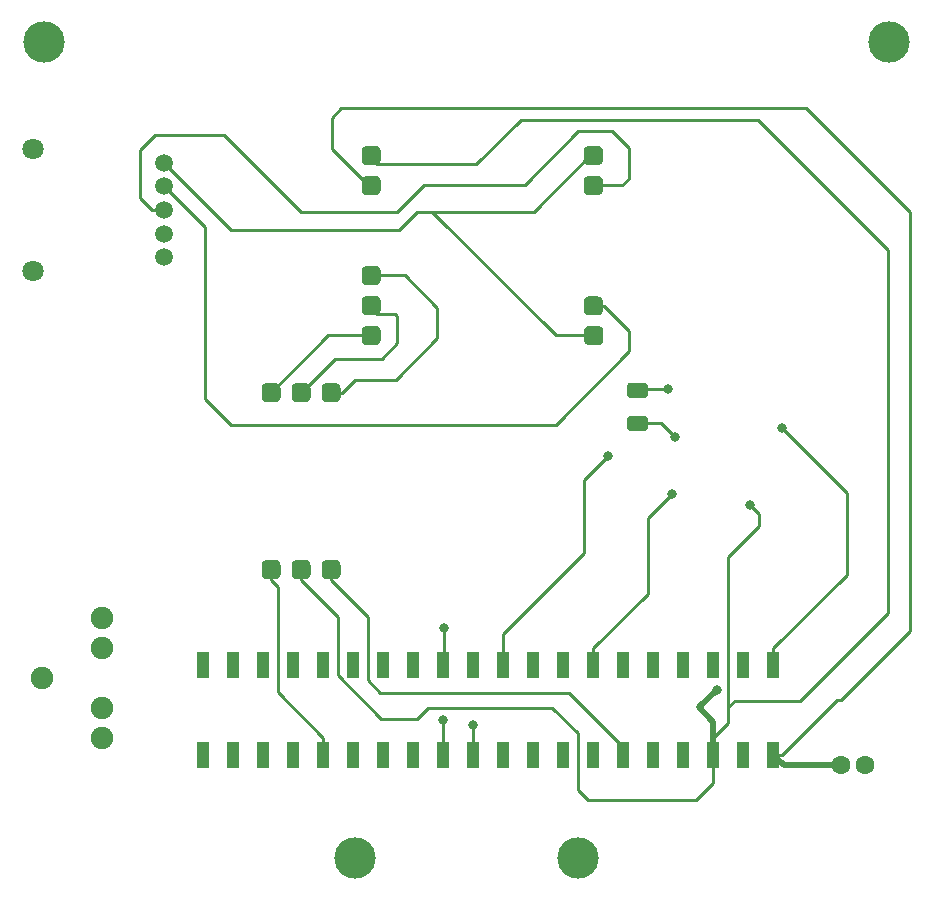
<source format=gbr>
G04 #@! TF.GenerationSoftware,KiCad,Pcbnew,5.0.2+dfsg1-1~bpo9+1*
G04 #@! TF.CreationDate,2019-08-11T15:23:53+01:00*
G04 #@! TF.ProjectId,retro_zero+a_screen,72657472-6f5f-47a6-9572-6f2b615f7363,rev?*
G04 #@! TF.SameCoordinates,Original*
G04 #@! TF.FileFunction,Copper,L2,Bot*
G04 #@! TF.FilePolarity,Positive*
%FSLAX46Y46*%
G04 Gerber Fmt 4.6, Leading zero omitted, Abs format (unit mm)*
G04 Created by KiCad (PCBNEW 5.0.2+dfsg1-1~bpo9+1) date Sun 11 Aug 2019 15:23:53 BST*
%MOMM*%
%LPD*%
G01*
G04 APERTURE LIST*
G04 #@! TA.AperFunction,SMDPad,CuDef*
%ADD10R,1.000000X2.300000*%
G04 #@! TD*
G04 #@! TA.AperFunction,Conductor*
%ADD11C,0.100000*%
G04 #@! TD*
G04 #@! TA.AperFunction,SMDPad,CuDef*
%ADD12C,1.600000*%
G04 #@! TD*
G04 #@! TA.AperFunction,ComponentPad*
%ADD13C,1.500000*%
G04 #@! TD*
G04 #@! TA.AperFunction,ComponentPad*
%ADD14C,1.800000*%
G04 #@! TD*
G04 #@! TA.AperFunction,ComponentPad*
%ADD15C,1.900000*%
G04 #@! TD*
G04 #@! TA.AperFunction,SMDPad,CuDef*
%ADD16C,1.250000*%
G04 #@! TD*
G04 #@! TA.AperFunction,ComponentPad*
%ADD17C,3.500000*%
G04 #@! TD*
G04 #@! TA.AperFunction,ComponentPad*
%ADD18C,1.600000*%
G04 #@! TD*
G04 #@! TA.AperFunction,ViaPad*
%ADD19C,0.800000*%
G04 #@! TD*
G04 #@! TA.AperFunction,Conductor*
%ADD20C,0.250000*%
G04 #@! TD*
G04 #@! TA.AperFunction,Conductor*
%ADD21C,0.500000*%
G04 #@! TD*
G04 APERTURE END LIST*
D10*
G04 #@! TO.P,J1,1*
G04 #@! TO.N,Net-(J1-Pad1)*
X173024800Y-96837500D03*
G04 #@! TO.P,J1,2*
G04 #@! TO.N,Net-(J1-Pad2)*
X173024800Y-104457500D03*
G04 #@! TO.P,J1,3*
G04 #@! TO.N,Net-(J1-Pad3)*
X170484800Y-96837500D03*
G04 #@! TO.P,J1,4*
G04 #@! TO.N,Net-(J1-Pad4)*
X170484800Y-104457500D03*
G04 #@! TO.P,J1,5*
G04 #@! TO.N,Net-(J1-Pad5)*
X167944800Y-96837500D03*
G04 #@! TO.P,J1,6*
G04 #@! TO.N,Net-(J1-Pad6)*
X167944800Y-104457500D03*
G04 #@! TO.P,J1,7*
G04 #@! TO.N,Net-(J1-Pad7)*
X165404800Y-96837500D03*
G04 #@! TO.P,J1,8*
G04 #@! TO.N,Net-(J1-Pad8)*
X165404800Y-104457500D03*
G04 #@! TO.P,J1,9*
G04 #@! TO.N,Net-(J1-Pad9)*
X162864800Y-96837500D03*
G04 #@! TO.P,J1,10*
G04 #@! TO.N,Net-(J1-Pad10)*
X162864800Y-104457500D03*
G04 #@! TO.P,J1,11*
G04 #@! TO.N,Net-(J1-Pad11)*
X160324800Y-96837500D03*
G04 #@! TO.P,J1,12*
G04 #@! TO.N,Net-(J1-Pad12)*
X160324800Y-104457500D03*
G04 #@! TO.P,J1,13*
G04 #@! TO.N,Net-(J1-Pad13)*
X157784800Y-96837500D03*
G04 #@! TO.P,J1,14*
G04 #@! TO.N,Net-(J1-Pad14)*
X157784800Y-104457500D03*
G04 #@! TO.P,J1,15*
G04 #@! TO.N,Net-(J1-Pad15)*
X155244800Y-96837500D03*
G04 #@! TO.P,J1,16*
G04 #@! TO.N,Net-(J1-Pad16)*
X155244800Y-104457500D03*
G04 #@! TO.P,J1,17*
G04 #@! TO.N,Net-(J1-Pad17)*
X152704800Y-96837500D03*
G04 #@! TO.P,J1,18*
G04 #@! TO.N,Net-(J1-Pad18)*
X152704800Y-104457500D03*
G04 #@! TO.P,J1,19*
G04 #@! TO.N,Net-(J1-Pad19)*
X150164800Y-96837500D03*
G04 #@! TO.P,J1,20*
G04 #@! TO.N,Net-(J1-Pad20)*
X150164800Y-104457500D03*
G04 #@! TO.P,J1,21*
G04 #@! TO.N,Net-(J1-Pad21)*
X147624800Y-96837500D03*
G04 #@! TO.P,J1,22*
G04 #@! TO.N,Net-(J1-Pad22)*
X147624800Y-104457500D03*
G04 #@! TO.P,J1,23*
G04 #@! TO.N,Net-(J1-Pad23)*
X145084800Y-96837500D03*
G04 #@! TO.P,J1,24*
G04 #@! TO.N,Net-(J1-Pad24)*
X145084800Y-104457500D03*
G04 #@! TO.P,J1,25*
G04 #@! TO.N,Net-(J1-Pad25)*
X142544800Y-96837500D03*
G04 #@! TO.P,J1,26*
G04 #@! TO.N,Net-(J1-Pad26)*
X142544800Y-104457500D03*
G04 #@! TO.P,J1,27*
G04 #@! TO.N,Net-(J1-Pad27)*
X140004800Y-96837500D03*
G04 #@! TO.P,J1,28*
G04 #@! TO.N,Net-(J1-Pad28)*
X140004800Y-104457500D03*
G04 #@! TO.P,J1,29*
G04 #@! TO.N,Net-(J1-Pad29)*
X137464800Y-96837500D03*
G04 #@! TO.P,J1,30*
G04 #@! TO.N,Net-(J1-Pad30)*
X137464800Y-104457500D03*
G04 #@! TO.P,J1,31*
G04 #@! TO.N,Net-(J1-Pad31)*
X134924800Y-96837500D03*
G04 #@! TO.P,J1,32*
G04 #@! TO.N,Net-(J1-Pad32)*
X134924800Y-104457500D03*
G04 #@! TO.P,J1,33*
G04 #@! TO.N,Net-(J1-Pad33)*
X132384800Y-96837500D03*
G04 #@! TO.P,J1,34*
G04 #@! TO.N,Net-(J1-Pad34)*
X132384800Y-104457500D03*
G04 #@! TO.P,J1,35*
G04 #@! TO.N,Net-(J1-Pad35)*
X129844800Y-96837500D03*
G04 #@! TO.P,J1,36*
G04 #@! TO.N,Net-(J1-Pad36)*
X129844800Y-104457500D03*
G04 #@! TO.P,J1,37*
G04 #@! TO.N,Net-(J1-Pad37)*
X127304800Y-96837500D03*
G04 #@! TO.P,J1,38*
G04 #@! TO.N,Net-(J1-Pad38)*
X127304800Y-104457500D03*
G04 #@! TO.P,J1,39*
G04 #@! TO.N,Net-(J1-Pad39)*
X124764800Y-96837500D03*
G04 #@! TO.P,J1,40*
G04 #@! TO.N,Net-(J1-Pad40)*
X124764800Y-104457500D03*
G04 #@! TD*
D11*
G04 #@! TO.N,Net-(U2-Pad1)*
G04 #@! TO.C,U2*
G36*
X139402607Y-68150226D02*
X139441436Y-68155986D01*
X139479514Y-68165524D01*
X139516473Y-68178748D01*
X139551959Y-68195531D01*
X139585628Y-68215712D01*
X139617157Y-68239096D01*
X139646243Y-68265457D01*
X139672604Y-68294543D01*
X139695988Y-68326072D01*
X139716169Y-68359741D01*
X139732952Y-68395227D01*
X139746176Y-68432186D01*
X139755714Y-68470264D01*
X139761474Y-68509093D01*
X139763400Y-68548300D01*
X139763400Y-69348300D01*
X139761474Y-69387507D01*
X139755714Y-69426336D01*
X139746176Y-69464414D01*
X139732952Y-69501373D01*
X139716169Y-69536859D01*
X139695988Y-69570528D01*
X139672604Y-69602057D01*
X139646243Y-69631143D01*
X139617157Y-69657504D01*
X139585628Y-69680888D01*
X139551959Y-69701069D01*
X139516473Y-69717852D01*
X139479514Y-69731076D01*
X139441436Y-69740614D01*
X139402607Y-69746374D01*
X139363400Y-69748300D01*
X138563400Y-69748300D01*
X138524193Y-69746374D01*
X138485364Y-69740614D01*
X138447286Y-69731076D01*
X138410327Y-69717852D01*
X138374841Y-69701069D01*
X138341172Y-69680888D01*
X138309643Y-69657504D01*
X138280557Y-69631143D01*
X138254196Y-69602057D01*
X138230812Y-69570528D01*
X138210631Y-69536859D01*
X138193848Y-69501373D01*
X138180624Y-69464414D01*
X138171086Y-69426336D01*
X138165326Y-69387507D01*
X138163400Y-69348300D01*
X138163400Y-68548300D01*
X138165326Y-68509093D01*
X138171086Y-68470264D01*
X138180624Y-68432186D01*
X138193848Y-68395227D01*
X138210631Y-68359741D01*
X138230812Y-68326072D01*
X138254196Y-68294543D01*
X138280557Y-68265457D01*
X138309643Y-68239096D01*
X138341172Y-68215712D01*
X138374841Y-68195531D01*
X138410327Y-68178748D01*
X138447286Y-68165524D01*
X138485364Y-68155986D01*
X138524193Y-68150226D01*
X138563400Y-68148300D01*
X139363400Y-68148300D01*
X139402607Y-68150226D01*
X139402607Y-68150226D01*
G37*
D12*
G04 #@! TD*
G04 #@! TO.P,U2,1*
G04 #@! TO.N,Net-(U2-Pad1)*
X138963400Y-68948300D03*
D11*
G04 #@! TO.N,Net-(U2-Pad2)*
G04 #@! TO.C,U2*
G36*
X139402607Y-65610226D02*
X139441436Y-65615986D01*
X139479514Y-65625524D01*
X139516473Y-65638748D01*
X139551959Y-65655531D01*
X139585628Y-65675712D01*
X139617157Y-65699096D01*
X139646243Y-65725457D01*
X139672604Y-65754543D01*
X139695988Y-65786072D01*
X139716169Y-65819741D01*
X139732952Y-65855227D01*
X139746176Y-65892186D01*
X139755714Y-65930264D01*
X139761474Y-65969093D01*
X139763400Y-66008300D01*
X139763400Y-66808300D01*
X139761474Y-66847507D01*
X139755714Y-66886336D01*
X139746176Y-66924414D01*
X139732952Y-66961373D01*
X139716169Y-66996859D01*
X139695988Y-67030528D01*
X139672604Y-67062057D01*
X139646243Y-67091143D01*
X139617157Y-67117504D01*
X139585628Y-67140888D01*
X139551959Y-67161069D01*
X139516473Y-67177852D01*
X139479514Y-67191076D01*
X139441436Y-67200614D01*
X139402607Y-67206374D01*
X139363400Y-67208300D01*
X138563400Y-67208300D01*
X138524193Y-67206374D01*
X138485364Y-67200614D01*
X138447286Y-67191076D01*
X138410327Y-67177852D01*
X138374841Y-67161069D01*
X138341172Y-67140888D01*
X138309643Y-67117504D01*
X138280557Y-67091143D01*
X138254196Y-67062057D01*
X138230812Y-67030528D01*
X138210631Y-66996859D01*
X138193848Y-66961373D01*
X138180624Y-66924414D01*
X138171086Y-66886336D01*
X138165326Y-66847507D01*
X138163400Y-66808300D01*
X138163400Y-66008300D01*
X138165326Y-65969093D01*
X138171086Y-65930264D01*
X138180624Y-65892186D01*
X138193848Y-65855227D01*
X138210631Y-65819741D01*
X138230812Y-65786072D01*
X138254196Y-65754543D01*
X138280557Y-65725457D01*
X138309643Y-65699096D01*
X138341172Y-65675712D01*
X138374841Y-65655531D01*
X138410327Y-65638748D01*
X138447286Y-65625524D01*
X138485364Y-65615986D01*
X138524193Y-65610226D01*
X138563400Y-65608300D01*
X139363400Y-65608300D01*
X139402607Y-65610226D01*
X139402607Y-65610226D01*
G37*
D12*
G04 #@! TD*
G04 #@! TO.P,U2,2*
G04 #@! TO.N,Net-(U2-Pad2)*
X138963400Y-66408300D03*
D11*
G04 #@! TO.N,Net-(U2-Pad3)*
G04 #@! TO.C,U2*
G36*
X139402607Y-63070226D02*
X139441436Y-63075986D01*
X139479514Y-63085524D01*
X139516473Y-63098748D01*
X139551959Y-63115531D01*
X139585628Y-63135712D01*
X139617157Y-63159096D01*
X139646243Y-63185457D01*
X139672604Y-63214543D01*
X139695988Y-63246072D01*
X139716169Y-63279741D01*
X139732952Y-63315227D01*
X139746176Y-63352186D01*
X139755714Y-63390264D01*
X139761474Y-63429093D01*
X139763400Y-63468300D01*
X139763400Y-64268300D01*
X139761474Y-64307507D01*
X139755714Y-64346336D01*
X139746176Y-64384414D01*
X139732952Y-64421373D01*
X139716169Y-64456859D01*
X139695988Y-64490528D01*
X139672604Y-64522057D01*
X139646243Y-64551143D01*
X139617157Y-64577504D01*
X139585628Y-64600888D01*
X139551959Y-64621069D01*
X139516473Y-64637852D01*
X139479514Y-64651076D01*
X139441436Y-64660614D01*
X139402607Y-64666374D01*
X139363400Y-64668300D01*
X138563400Y-64668300D01*
X138524193Y-64666374D01*
X138485364Y-64660614D01*
X138447286Y-64651076D01*
X138410327Y-64637852D01*
X138374841Y-64621069D01*
X138341172Y-64600888D01*
X138309643Y-64577504D01*
X138280557Y-64551143D01*
X138254196Y-64522057D01*
X138230812Y-64490528D01*
X138210631Y-64456859D01*
X138193848Y-64421373D01*
X138180624Y-64384414D01*
X138171086Y-64346336D01*
X138165326Y-64307507D01*
X138163400Y-64268300D01*
X138163400Y-63468300D01*
X138165326Y-63429093D01*
X138171086Y-63390264D01*
X138180624Y-63352186D01*
X138193848Y-63315227D01*
X138210631Y-63279741D01*
X138230812Y-63246072D01*
X138254196Y-63214543D01*
X138280557Y-63185457D01*
X138309643Y-63159096D01*
X138341172Y-63135712D01*
X138374841Y-63115531D01*
X138410327Y-63098748D01*
X138447286Y-63085524D01*
X138485364Y-63075986D01*
X138524193Y-63070226D01*
X138563400Y-63068300D01*
X139363400Y-63068300D01*
X139402607Y-63070226D01*
X139402607Y-63070226D01*
G37*
D12*
G04 #@! TD*
G04 #@! TO.P,U2,3*
G04 #@! TO.N,Net-(U2-Pad3)*
X138963400Y-63868300D03*
D11*
G04 #@! TO.N,Net-(J1-Pad2)*
G04 #@! TO.C,U2*
G36*
X139402607Y-55450226D02*
X139441436Y-55455986D01*
X139479514Y-55465524D01*
X139516473Y-55478748D01*
X139551959Y-55495531D01*
X139585628Y-55515712D01*
X139617157Y-55539096D01*
X139646243Y-55565457D01*
X139672604Y-55594543D01*
X139695988Y-55626072D01*
X139716169Y-55659741D01*
X139732952Y-55695227D01*
X139746176Y-55732186D01*
X139755714Y-55770264D01*
X139761474Y-55809093D01*
X139763400Y-55848300D01*
X139763400Y-56648300D01*
X139761474Y-56687507D01*
X139755714Y-56726336D01*
X139746176Y-56764414D01*
X139732952Y-56801373D01*
X139716169Y-56836859D01*
X139695988Y-56870528D01*
X139672604Y-56902057D01*
X139646243Y-56931143D01*
X139617157Y-56957504D01*
X139585628Y-56980888D01*
X139551959Y-57001069D01*
X139516473Y-57017852D01*
X139479514Y-57031076D01*
X139441436Y-57040614D01*
X139402607Y-57046374D01*
X139363400Y-57048300D01*
X138563400Y-57048300D01*
X138524193Y-57046374D01*
X138485364Y-57040614D01*
X138447286Y-57031076D01*
X138410327Y-57017852D01*
X138374841Y-57001069D01*
X138341172Y-56980888D01*
X138309643Y-56957504D01*
X138280557Y-56931143D01*
X138254196Y-56902057D01*
X138230812Y-56870528D01*
X138210631Y-56836859D01*
X138193848Y-56801373D01*
X138180624Y-56764414D01*
X138171086Y-56726336D01*
X138165326Y-56687507D01*
X138163400Y-56648300D01*
X138163400Y-55848300D01*
X138165326Y-55809093D01*
X138171086Y-55770264D01*
X138180624Y-55732186D01*
X138193848Y-55695227D01*
X138210631Y-55659741D01*
X138230812Y-55626072D01*
X138254196Y-55594543D01*
X138280557Y-55565457D01*
X138309643Y-55539096D01*
X138341172Y-55515712D01*
X138374841Y-55495531D01*
X138410327Y-55478748D01*
X138447286Y-55465524D01*
X138485364Y-55455986D01*
X138524193Y-55450226D01*
X138563400Y-55448300D01*
X139363400Y-55448300D01*
X139402607Y-55450226D01*
X139402607Y-55450226D01*
G37*
D12*
G04 #@! TD*
G04 #@! TO.P,U2,4*
G04 #@! TO.N,Net-(J1-Pad2)*
X138963400Y-56248300D03*
D11*
G04 #@! TO.N,Net-(J1-Pad6)*
G04 #@! TO.C,U2*
G36*
X139402607Y-52910226D02*
X139441436Y-52915986D01*
X139479514Y-52925524D01*
X139516473Y-52938748D01*
X139551959Y-52955531D01*
X139585628Y-52975712D01*
X139617157Y-52999096D01*
X139646243Y-53025457D01*
X139672604Y-53054543D01*
X139695988Y-53086072D01*
X139716169Y-53119741D01*
X139732952Y-53155227D01*
X139746176Y-53192186D01*
X139755714Y-53230264D01*
X139761474Y-53269093D01*
X139763400Y-53308300D01*
X139763400Y-54108300D01*
X139761474Y-54147507D01*
X139755714Y-54186336D01*
X139746176Y-54224414D01*
X139732952Y-54261373D01*
X139716169Y-54296859D01*
X139695988Y-54330528D01*
X139672604Y-54362057D01*
X139646243Y-54391143D01*
X139617157Y-54417504D01*
X139585628Y-54440888D01*
X139551959Y-54461069D01*
X139516473Y-54477852D01*
X139479514Y-54491076D01*
X139441436Y-54500614D01*
X139402607Y-54506374D01*
X139363400Y-54508300D01*
X138563400Y-54508300D01*
X138524193Y-54506374D01*
X138485364Y-54500614D01*
X138447286Y-54491076D01*
X138410327Y-54477852D01*
X138374841Y-54461069D01*
X138341172Y-54440888D01*
X138309643Y-54417504D01*
X138280557Y-54391143D01*
X138254196Y-54362057D01*
X138230812Y-54330528D01*
X138210631Y-54296859D01*
X138193848Y-54261373D01*
X138180624Y-54224414D01*
X138171086Y-54186336D01*
X138165326Y-54147507D01*
X138163400Y-54108300D01*
X138163400Y-53308300D01*
X138165326Y-53269093D01*
X138171086Y-53230264D01*
X138180624Y-53192186D01*
X138193848Y-53155227D01*
X138210631Y-53119741D01*
X138230812Y-53086072D01*
X138254196Y-53054543D01*
X138280557Y-53025457D01*
X138309643Y-52999096D01*
X138341172Y-52975712D01*
X138374841Y-52955531D01*
X138410327Y-52938748D01*
X138447286Y-52925524D01*
X138485364Y-52915986D01*
X138524193Y-52910226D01*
X138563400Y-52908300D01*
X139363400Y-52908300D01*
X139402607Y-52910226D01*
X139402607Y-52910226D01*
G37*
D12*
G04 #@! TD*
G04 #@! TO.P,U2,5*
G04 #@! TO.N,Net-(J1-Pad6)*
X138963400Y-53708300D03*
D11*
G04 #@! TO.N,Net-(LS1-Pad1)*
G04 #@! TO.C,U2*
G36*
X158249407Y-68150226D02*
X158288236Y-68155986D01*
X158326314Y-68165524D01*
X158363273Y-68178748D01*
X158398759Y-68195531D01*
X158432428Y-68215712D01*
X158463957Y-68239096D01*
X158493043Y-68265457D01*
X158519404Y-68294543D01*
X158542788Y-68326072D01*
X158562969Y-68359741D01*
X158579752Y-68395227D01*
X158592976Y-68432186D01*
X158602514Y-68470264D01*
X158608274Y-68509093D01*
X158610200Y-68548300D01*
X158610200Y-69348300D01*
X158608274Y-69387507D01*
X158602514Y-69426336D01*
X158592976Y-69464414D01*
X158579752Y-69501373D01*
X158562969Y-69536859D01*
X158542788Y-69570528D01*
X158519404Y-69602057D01*
X158493043Y-69631143D01*
X158463957Y-69657504D01*
X158432428Y-69680888D01*
X158398759Y-69701069D01*
X158363273Y-69717852D01*
X158326314Y-69731076D01*
X158288236Y-69740614D01*
X158249407Y-69746374D01*
X158210200Y-69748300D01*
X157410200Y-69748300D01*
X157370993Y-69746374D01*
X157332164Y-69740614D01*
X157294086Y-69731076D01*
X157257127Y-69717852D01*
X157221641Y-69701069D01*
X157187972Y-69680888D01*
X157156443Y-69657504D01*
X157127357Y-69631143D01*
X157100996Y-69602057D01*
X157077612Y-69570528D01*
X157057431Y-69536859D01*
X157040648Y-69501373D01*
X157027424Y-69464414D01*
X157017886Y-69426336D01*
X157012126Y-69387507D01*
X157010200Y-69348300D01*
X157010200Y-68548300D01*
X157012126Y-68509093D01*
X157017886Y-68470264D01*
X157027424Y-68432186D01*
X157040648Y-68395227D01*
X157057431Y-68359741D01*
X157077612Y-68326072D01*
X157100996Y-68294543D01*
X157127357Y-68265457D01*
X157156443Y-68239096D01*
X157187972Y-68215712D01*
X157221641Y-68195531D01*
X157257127Y-68178748D01*
X157294086Y-68165524D01*
X157332164Y-68155986D01*
X157370993Y-68150226D01*
X157410200Y-68148300D01*
X158210200Y-68148300D01*
X158249407Y-68150226D01*
X158249407Y-68150226D01*
G37*
D12*
G04 #@! TD*
G04 #@! TO.P,U2,6*
G04 #@! TO.N,Net-(LS1-Pad1)*
X157810200Y-68948300D03*
D11*
G04 #@! TO.N,Net-(U2-Pad7)*
G04 #@! TO.C,U2*
G36*
X158211307Y-65648326D02*
X158250136Y-65654086D01*
X158288214Y-65663624D01*
X158325173Y-65676848D01*
X158360659Y-65693631D01*
X158394328Y-65713812D01*
X158425857Y-65737196D01*
X158454943Y-65763557D01*
X158481304Y-65792643D01*
X158504688Y-65824172D01*
X158524869Y-65857841D01*
X158541652Y-65893327D01*
X158554876Y-65930286D01*
X158564414Y-65968364D01*
X158570174Y-66007193D01*
X158572100Y-66046400D01*
X158572100Y-66846400D01*
X158570174Y-66885607D01*
X158564414Y-66924436D01*
X158554876Y-66962514D01*
X158541652Y-66999473D01*
X158524869Y-67034959D01*
X158504688Y-67068628D01*
X158481304Y-67100157D01*
X158454943Y-67129243D01*
X158425857Y-67155604D01*
X158394328Y-67178988D01*
X158360659Y-67199169D01*
X158325173Y-67215952D01*
X158288214Y-67229176D01*
X158250136Y-67238714D01*
X158211307Y-67244474D01*
X158172100Y-67246400D01*
X157372100Y-67246400D01*
X157332893Y-67244474D01*
X157294064Y-67238714D01*
X157255986Y-67229176D01*
X157219027Y-67215952D01*
X157183541Y-67199169D01*
X157149872Y-67178988D01*
X157118343Y-67155604D01*
X157089257Y-67129243D01*
X157062896Y-67100157D01*
X157039512Y-67068628D01*
X157019331Y-67034959D01*
X157002548Y-66999473D01*
X156989324Y-66962514D01*
X156979786Y-66924436D01*
X156974026Y-66885607D01*
X156972100Y-66846400D01*
X156972100Y-66046400D01*
X156974026Y-66007193D01*
X156979786Y-65968364D01*
X156989324Y-65930286D01*
X157002548Y-65893327D01*
X157019331Y-65857841D01*
X157039512Y-65824172D01*
X157062896Y-65792643D01*
X157089257Y-65763557D01*
X157118343Y-65737196D01*
X157149872Y-65713812D01*
X157183541Y-65693631D01*
X157219027Y-65676848D01*
X157255986Y-65663624D01*
X157294064Y-65654086D01*
X157332893Y-65648326D01*
X157372100Y-65646400D01*
X158172100Y-65646400D01*
X158211307Y-65648326D01*
X158211307Y-65648326D01*
G37*
D12*
G04 #@! TD*
G04 #@! TO.P,U2,7*
G04 #@! TO.N,Net-(U2-Pad7)*
X157772100Y-66446400D03*
D11*
G04 #@! TO.N,Net-(U2-Pad8)*
G04 #@! TO.C,U2*
G36*
X158211307Y-55450226D02*
X158250136Y-55455986D01*
X158288214Y-55465524D01*
X158325173Y-55478748D01*
X158360659Y-55495531D01*
X158394328Y-55515712D01*
X158425857Y-55539096D01*
X158454943Y-55565457D01*
X158481304Y-55594543D01*
X158504688Y-55626072D01*
X158524869Y-55659741D01*
X158541652Y-55695227D01*
X158554876Y-55732186D01*
X158564414Y-55770264D01*
X158570174Y-55809093D01*
X158572100Y-55848300D01*
X158572100Y-56648300D01*
X158570174Y-56687507D01*
X158564414Y-56726336D01*
X158554876Y-56764414D01*
X158541652Y-56801373D01*
X158524869Y-56836859D01*
X158504688Y-56870528D01*
X158481304Y-56902057D01*
X158454943Y-56931143D01*
X158425857Y-56957504D01*
X158394328Y-56980888D01*
X158360659Y-57001069D01*
X158325173Y-57017852D01*
X158288214Y-57031076D01*
X158250136Y-57040614D01*
X158211307Y-57046374D01*
X158172100Y-57048300D01*
X157372100Y-57048300D01*
X157332893Y-57046374D01*
X157294064Y-57040614D01*
X157255986Y-57031076D01*
X157219027Y-57017852D01*
X157183541Y-57001069D01*
X157149872Y-56980888D01*
X157118343Y-56957504D01*
X157089257Y-56931143D01*
X157062896Y-56902057D01*
X157039512Y-56870528D01*
X157019331Y-56836859D01*
X157002548Y-56801373D01*
X156989324Y-56764414D01*
X156979786Y-56726336D01*
X156974026Y-56687507D01*
X156972100Y-56648300D01*
X156972100Y-55848300D01*
X156974026Y-55809093D01*
X156979786Y-55770264D01*
X156989324Y-55732186D01*
X157002548Y-55695227D01*
X157019331Y-55659741D01*
X157039512Y-55626072D01*
X157062896Y-55594543D01*
X157089257Y-55565457D01*
X157118343Y-55539096D01*
X157149872Y-55515712D01*
X157183541Y-55495531D01*
X157219027Y-55478748D01*
X157255986Y-55465524D01*
X157294064Y-55455986D01*
X157332893Y-55450226D01*
X157372100Y-55448300D01*
X158172100Y-55448300D01*
X158211307Y-55450226D01*
X158211307Y-55450226D01*
G37*
D12*
G04 #@! TD*
G04 #@! TO.P,U2,8*
G04 #@! TO.N,Net-(U2-Pad8)*
X157772100Y-56248300D03*
D11*
G04 #@! TO.N,Net-(LS1-Pad1)*
G04 #@! TO.C,U2*
G36*
X158211307Y-52910226D02*
X158250136Y-52915986D01*
X158288214Y-52925524D01*
X158325173Y-52938748D01*
X158360659Y-52955531D01*
X158394328Y-52975712D01*
X158425857Y-52999096D01*
X158454943Y-53025457D01*
X158481304Y-53054543D01*
X158504688Y-53086072D01*
X158524869Y-53119741D01*
X158541652Y-53155227D01*
X158554876Y-53192186D01*
X158564414Y-53230264D01*
X158570174Y-53269093D01*
X158572100Y-53308300D01*
X158572100Y-54108300D01*
X158570174Y-54147507D01*
X158564414Y-54186336D01*
X158554876Y-54224414D01*
X158541652Y-54261373D01*
X158524869Y-54296859D01*
X158504688Y-54330528D01*
X158481304Y-54362057D01*
X158454943Y-54391143D01*
X158425857Y-54417504D01*
X158394328Y-54440888D01*
X158360659Y-54461069D01*
X158325173Y-54477852D01*
X158288214Y-54491076D01*
X158250136Y-54500614D01*
X158211307Y-54506374D01*
X158172100Y-54508300D01*
X157372100Y-54508300D01*
X157332893Y-54506374D01*
X157294064Y-54500614D01*
X157255986Y-54491076D01*
X157219027Y-54477852D01*
X157183541Y-54461069D01*
X157149872Y-54440888D01*
X157118343Y-54417504D01*
X157089257Y-54391143D01*
X157062896Y-54362057D01*
X157039512Y-54330528D01*
X157019331Y-54296859D01*
X157002548Y-54261373D01*
X156989324Y-54224414D01*
X156979786Y-54186336D01*
X156974026Y-54147507D01*
X156972100Y-54108300D01*
X156972100Y-53308300D01*
X156974026Y-53269093D01*
X156979786Y-53230264D01*
X156989324Y-53192186D01*
X157002548Y-53155227D01*
X157019331Y-53119741D01*
X157039512Y-53086072D01*
X157062896Y-53054543D01*
X157089257Y-53025457D01*
X157118343Y-52999096D01*
X157149872Y-52975712D01*
X157183541Y-52955531D01*
X157219027Y-52938748D01*
X157255986Y-52925524D01*
X157294064Y-52915986D01*
X157332893Y-52910226D01*
X157372100Y-52908300D01*
X158172100Y-52908300D01*
X158211307Y-52910226D01*
X158211307Y-52910226D01*
G37*
D12*
G04 #@! TD*
G04 #@! TO.P,U2,9*
G04 #@! TO.N,Net-(LS1-Pad1)*
X157772100Y-53708300D03*
D13*
G04 #@! TO.P,U3,1*
G04 #@! TO.N,Net-(LS1-Pad1)*
X121450100Y-54317900D03*
G04 #@! TO.P,U3,2*
G04 #@! TO.N,Net-(U2-Pad7)*
X121450100Y-56324500D03*
G04 #@! TO.P,U3,3*
G04 #@! TO.N,Net-(U2-Pad8)*
X121450100Y-58331100D03*
G04 #@! TO.P,U3,4*
G04 #@! TO.N,Net-(U3-Pad4)*
X121450100Y-60337700D03*
G04 #@! TO.P,U3,5*
G04 #@! TO.N,Net-(U3-Pad5)*
X121450100Y-62344300D03*
D14*
G04 #@! TO.P,U3,6*
G04 #@! TO.N,N/C*
X110324900Y-63500000D03*
G04 #@! TO.P,U3,7*
X110337600Y-53162200D03*
G04 #@! TD*
D15*
G04 #@! TO.P,U4,1*
G04 #@! TO.N,Net-(LS1-Pad1)*
X111125000Y-97955100D03*
G04 #@! TO.P,U4,4*
G04 #@! TO.N,Net-(LS1-Pad2)*
X116205000Y-95415100D03*
G04 #@! TO.P,U4,5*
G04 #@! TO.N,Net-(U3-Pad4)*
X116205000Y-92875100D03*
G04 #@! TO.P,U4,3*
G04 #@! TO.N,Net-(LS2-Pad2)*
X116205000Y-100495100D03*
G04 #@! TO.P,U4,2*
G04 #@! TO.N,Net-(U3-Pad5)*
X116205000Y-103035100D03*
G04 #@! TD*
D11*
G04 #@! TO.N,Net-(J1-Pad32)*
G04 #@! TO.C,U9*
G36*
X130931707Y-87962226D02*
X130970536Y-87967986D01*
X131008614Y-87977524D01*
X131045573Y-87990748D01*
X131081059Y-88007531D01*
X131114728Y-88027712D01*
X131146257Y-88051096D01*
X131175343Y-88077457D01*
X131201704Y-88106543D01*
X131225088Y-88138072D01*
X131245269Y-88171741D01*
X131262052Y-88207227D01*
X131275276Y-88244186D01*
X131284814Y-88282264D01*
X131290574Y-88321093D01*
X131292500Y-88360300D01*
X131292500Y-89160300D01*
X131290574Y-89199507D01*
X131284814Y-89238336D01*
X131275276Y-89276414D01*
X131262052Y-89313373D01*
X131245269Y-89348859D01*
X131225088Y-89382528D01*
X131201704Y-89414057D01*
X131175343Y-89443143D01*
X131146257Y-89469504D01*
X131114728Y-89492888D01*
X131081059Y-89513069D01*
X131045573Y-89529852D01*
X131008614Y-89543076D01*
X130970536Y-89552614D01*
X130931707Y-89558374D01*
X130892500Y-89560300D01*
X130092500Y-89560300D01*
X130053293Y-89558374D01*
X130014464Y-89552614D01*
X129976386Y-89543076D01*
X129939427Y-89529852D01*
X129903941Y-89513069D01*
X129870272Y-89492888D01*
X129838743Y-89469504D01*
X129809657Y-89443143D01*
X129783296Y-89414057D01*
X129759912Y-89382528D01*
X129739731Y-89348859D01*
X129722948Y-89313373D01*
X129709724Y-89276414D01*
X129700186Y-89238336D01*
X129694426Y-89199507D01*
X129692500Y-89160300D01*
X129692500Y-88360300D01*
X129694426Y-88321093D01*
X129700186Y-88282264D01*
X129709724Y-88244186D01*
X129722948Y-88207227D01*
X129739731Y-88171741D01*
X129759912Y-88138072D01*
X129783296Y-88106543D01*
X129809657Y-88077457D01*
X129838743Y-88051096D01*
X129870272Y-88027712D01*
X129903941Y-88007531D01*
X129939427Y-87990748D01*
X129976386Y-87977524D01*
X130014464Y-87967986D01*
X130053293Y-87962226D01*
X130092500Y-87960300D01*
X130892500Y-87960300D01*
X130931707Y-87962226D01*
X130931707Y-87962226D01*
G37*
D12*
G04 #@! TD*
G04 #@! TO.P,U9,1*
G04 #@! TO.N,Net-(J1-Pad32)*
X130492500Y-88760300D03*
D11*
G04 #@! TO.N,Net-(J1-Pad6)*
G04 #@! TO.C,U9*
G36*
X133471707Y-87962226D02*
X133510536Y-87967986D01*
X133548614Y-87977524D01*
X133585573Y-87990748D01*
X133621059Y-88007531D01*
X133654728Y-88027712D01*
X133686257Y-88051096D01*
X133715343Y-88077457D01*
X133741704Y-88106543D01*
X133765088Y-88138072D01*
X133785269Y-88171741D01*
X133802052Y-88207227D01*
X133815276Y-88244186D01*
X133824814Y-88282264D01*
X133830574Y-88321093D01*
X133832500Y-88360300D01*
X133832500Y-89160300D01*
X133830574Y-89199507D01*
X133824814Y-89238336D01*
X133815276Y-89276414D01*
X133802052Y-89313373D01*
X133785269Y-89348859D01*
X133765088Y-89382528D01*
X133741704Y-89414057D01*
X133715343Y-89443143D01*
X133686257Y-89469504D01*
X133654728Y-89492888D01*
X133621059Y-89513069D01*
X133585573Y-89529852D01*
X133548614Y-89543076D01*
X133510536Y-89552614D01*
X133471707Y-89558374D01*
X133432500Y-89560300D01*
X132632500Y-89560300D01*
X132593293Y-89558374D01*
X132554464Y-89552614D01*
X132516386Y-89543076D01*
X132479427Y-89529852D01*
X132443941Y-89513069D01*
X132410272Y-89492888D01*
X132378743Y-89469504D01*
X132349657Y-89443143D01*
X132323296Y-89414057D01*
X132299912Y-89382528D01*
X132279731Y-89348859D01*
X132262948Y-89313373D01*
X132249724Y-89276414D01*
X132240186Y-89238336D01*
X132234426Y-89199507D01*
X132232500Y-89160300D01*
X132232500Y-88360300D01*
X132234426Y-88321093D01*
X132240186Y-88282264D01*
X132249724Y-88244186D01*
X132262948Y-88207227D01*
X132279731Y-88171741D01*
X132299912Y-88138072D01*
X132323296Y-88106543D01*
X132349657Y-88077457D01*
X132378743Y-88051096D01*
X132410272Y-88027712D01*
X132443941Y-88007531D01*
X132479427Y-87990748D01*
X132516386Y-87977524D01*
X132554464Y-87967986D01*
X132593293Y-87962226D01*
X132632500Y-87960300D01*
X133432500Y-87960300D01*
X133471707Y-87962226D01*
X133471707Y-87962226D01*
G37*
D12*
G04 #@! TD*
G04 #@! TO.P,U9,2*
G04 #@! TO.N,Net-(J1-Pad6)*
X133032500Y-88760300D03*
D11*
G04 #@! TO.N,Net-(J1-Pad12)*
G04 #@! TO.C,U9*
G36*
X136011707Y-87962226D02*
X136050536Y-87967986D01*
X136088614Y-87977524D01*
X136125573Y-87990748D01*
X136161059Y-88007531D01*
X136194728Y-88027712D01*
X136226257Y-88051096D01*
X136255343Y-88077457D01*
X136281704Y-88106543D01*
X136305088Y-88138072D01*
X136325269Y-88171741D01*
X136342052Y-88207227D01*
X136355276Y-88244186D01*
X136364814Y-88282264D01*
X136370574Y-88321093D01*
X136372500Y-88360300D01*
X136372500Y-89160300D01*
X136370574Y-89199507D01*
X136364814Y-89238336D01*
X136355276Y-89276414D01*
X136342052Y-89313373D01*
X136325269Y-89348859D01*
X136305088Y-89382528D01*
X136281704Y-89414057D01*
X136255343Y-89443143D01*
X136226257Y-89469504D01*
X136194728Y-89492888D01*
X136161059Y-89513069D01*
X136125573Y-89529852D01*
X136088614Y-89543076D01*
X136050536Y-89552614D01*
X136011707Y-89558374D01*
X135972500Y-89560300D01*
X135172500Y-89560300D01*
X135133293Y-89558374D01*
X135094464Y-89552614D01*
X135056386Y-89543076D01*
X135019427Y-89529852D01*
X134983941Y-89513069D01*
X134950272Y-89492888D01*
X134918743Y-89469504D01*
X134889657Y-89443143D01*
X134863296Y-89414057D01*
X134839912Y-89382528D01*
X134819731Y-89348859D01*
X134802948Y-89313373D01*
X134789724Y-89276414D01*
X134780186Y-89238336D01*
X134774426Y-89199507D01*
X134772500Y-89160300D01*
X134772500Y-88360300D01*
X134774426Y-88321093D01*
X134780186Y-88282264D01*
X134789724Y-88244186D01*
X134802948Y-88207227D01*
X134819731Y-88171741D01*
X134839912Y-88138072D01*
X134863296Y-88106543D01*
X134889657Y-88077457D01*
X134918743Y-88051096D01*
X134950272Y-88027712D01*
X134983941Y-88007531D01*
X135019427Y-87990748D01*
X135056386Y-87977524D01*
X135094464Y-87967986D01*
X135133293Y-87962226D01*
X135172500Y-87960300D01*
X135972500Y-87960300D01*
X136011707Y-87962226D01*
X136011707Y-87962226D01*
G37*
D12*
G04 #@! TD*
G04 #@! TO.P,U9,3*
G04 #@! TO.N,Net-(J1-Pad12)*
X135572500Y-88760300D03*
D11*
G04 #@! TO.N,Net-(U2-Pad1)*
G04 #@! TO.C,U9*
G36*
X130931707Y-73001626D02*
X130970536Y-73007386D01*
X131008614Y-73016924D01*
X131045573Y-73030148D01*
X131081059Y-73046931D01*
X131114728Y-73067112D01*
X131146257Y-73090496D01*
X131175343Y-73116857D01*
X131201704Y-73145943D01*
X131225088Y-73177472D01*
X131245269Y-73211141D01*
X131262052Y-73246627D01*
X131275276Y-73283586D01*
X131284814Y-73321664D01*
X131290574Y-73360493D01*
X131292500Y-73399700D01*
X131292500Y-74199700D01*
X131290574Y-74238907D01*
X131284814Y-74277736D01*
X131275276Y-74315814D01*
X131262052Y-74352773D01*
X131245269Y-74388259D01*
X131225088Y-74421928D01*
X131201704Y-74453457D01*
X131175343Y-74482543D01*
X131146257Y-74508904D01*
X131114728Y-74532288D01*
X131081059Y-74552469D01*
X131045573Y-74569252D01*
X131008614Y-74582476D01*
X130970536Y-74592014D01*
X130931707Y-74597774D01*
X130892500Y-74599700D01*
X130092500Y-74599700D01*
X130053293Y-74597774D01*
X130014464Y-74592014D01*
X129976386Y-74582476D01*
X129939427Y-74569252D01*
X129903941Y-74552469D01*
X129870272Y-74532288D01*
X129838743Y-74508904D01*
X129809657Y-74482543D01*
X129783296Y-74453457D01*
X129759912Y-74421928D01*
X129739731Y-74388259D01*
X129722948Y-74352773D01*
X129709724Y-74315814D01*
X129700186Y-74277736D01*
X129694426Y-74238907D01*
X129692500Y-74199700D01*
X129692500Y-73399700D01*
X129694426Y-73360493D01*
X129700186Y-73321664D01*
X129709724Y-73283586D01*
X129722948Y-73246627D01*
X129739731Y-73211141D01*
X129759912Y-73177472D01*
X129783296Y-73145943D01*
X129809657Y-73116857D01*
X129838743Y-73090496D01*
X129870272Y-73067112D01*
X129903941Y-73046931D01*
X129939427Y-73030148D01*
X129976386Y-73016924D01*
X130014464Y-73007386D01*
X130053293Y-73001626D01*
X130092500Y-72999700D01*
X130892500Y-72999700D01*
X130931707Y-73001626D01*
X130931707Y-73001626D01*
G37*
D12*
G04 #@! TD*
G04 #@! TO.P,U9,4*
G04 #@! TO.N,Net-(U2-Pad1)*
X130492500Y-73799700D03*
D11*
G04 #@! TO.N,Net-(U2-Pad2)*
G04 #@! TO.C,U9*
G36*
X133471707Y-73001626D02*
X133510536Y-73007386D01*
X133548614Y-73016924D01*
X133585573Y-73030148D01*
X133621059Y-73046931D01*
X133654728Y-73067112D01*
X133686257Y-73090496D01*
X133715343Y-73116857D01*
X133741704Y-73145943D01*
X133765088Y-73177472D01*
X133785269Y-73211141D01*
X133802052Y-73246627D01*
X133815276Y-73283586D01*
X133824814Y-73321664D01*
X133830574Y-73360493D01*
X133832500Y-73399700D01*
X133832500Y-74199700D01*
X133830574Y-74238907D01*
X133824814Y-74277736D01*
X133815276Y-74315814D01*
X133802052Y-74352773D01*
X133785269Y-74388259D01*
X133765088Y-74421928D01*
X133741704Y-74453457D01*
X133715343Y-74482543D01*
X133686257Y-74508904D01*
X133654728Y-74532288D01*
X133621059Y-74552469D01*
X133585573Y-74569252D01*
X133548614Y-74582476D01*
X133510536Y-74592014D01*
X133471707Y-74597774D01*
X133432500Y-74599700D01*
X132632500Y-74599700D01*
X132593293Y-74597774D01*
X132554464Y-74592014D01*
X132516386Y-74582476D01*
X132479427Y-74569252D01*
X132443941Y-74552469D01*
X132410272Y-74532288D01*
X132378743Y-74508904D01*
X132349657Y-74482543D01*
X132323296Y-74453457D01*
X132299912Y-74421928D01*
X132279731Y-74388259D01*
X132262948Y-74352773D01*
X132249724Y-74315814D01*
X132240186Y-74277736D01*
X132234426Y-74238907D01*
X132232500Y-74199700D01*
X132232500Y-73399700D01*
X132234426Y-73360493D01*
X132240186Y-73321664D01*
X132249724Y-73283586D01*
X132262948Y-73246627D01*
X132279731Y-73211141D01*
X132299912Y-73177472D01*
X132323296Y-73145943D01*
X132349657Y-73116857D01*
X132378743Y-73090496D01*
X132410272Y-73067112D01*
X132443941Y-73046931D01*
X132479427Y-73030148D01*
X132516386Y-73016924D01*
X132554464Y-73007386D01*
X132593293Y-73001626D01*
X132632500Y-72999700D01*
X133432500Y-72999700D01*
X133471707Y-73001626D01*
X133471707Y-73001626D01*
G37*
D12*
G04 #@! TD*
G04 #@! TO.P,U9,5*
G04 #@! TO.N,Net-(U2-Pad2)*
X133032500Y-73799700D03*
D11*
G04 #@! TO.N,Net-(U2-Pad3)*
G04 #@! TO.C,U9*
G36*
X136011707Y-73001626D02*
X136050536Y-73007386D01*
X136088614Y-73016924D01*
X136125573Y-73030148D01*
X136161059Y-73046931D01*
X136194728Y-73067112D01*
X136226257Y-73090496D01*
X136255343Y-73116857D01*
X136281704Y-73145943D01*
X136305088Y-73177472D01*
X136325269Y-73211141D01*
X136342052Y-73246627D01*
X136355276Y-73283586D01*
X136364814Y-73321664D01*
X136370574Y-73360493D01*
X136372500Y-73399700D01*
X136372500Y-74199700D01*
X136370574Y-74238907D01*
X136364814Y-74277736D01*
X136355276Y-74315814D01*
X136342052Y-74352773D01*
X136325269Y-74388259D01*
X136305088Y-74421928D01*
X136281704Y-74453457D01*
X136255343Y-74482543D01*
X136226257Y-74508904D01*
X136194728Y-74532288D01*
X136161059Y-74552469D01*
X136125573Y-74569252D01*
X136088614Y-74582476D01*
X136050536Y-74592014D01*
X136011707Y-74597774D01*
X135972500Y-74599700D01*
X135172500Y-74599700D01*
X135133293Y-74597774D01*
X135094464Y-74592014D01*
X135056386Y-74582476D01*
X135019427Y-74569252D01*
X134983941Y-74552469D01*
X134950272Y-74532288D01*
X134918743Y-74508904D01*
X134889657Y-74482543D01*
X134863296Y-74453457D01*
X134839912Y-74421928D01*
X134819731Y-74388259D01*
X134802948Y-74352773D01*
X134789724Y-74315814D01*
X134780186Y-74277736D01*
X134774426Y-74238907D01*
X134772500Y-74199700D01*
X134772500Y-73399700D01*
X134774426Y-73360493D01*
X134780186Y-73321664D01*
X134789724Y-73283586D01*
X134802948Y-73246627D01*
X134819731Y-73211141D01*
X134839912Y-73177472D01*
X134863296Y-73145943D01*
X134889657Y-73116857D01*
X134918743Y-73090496D01*
X134950272Y-73067112D01*
X134983941Y-73046931D01*
X135019427Y-73030148D01*
X135056386Y-73016924D01*
X135094464Y-73007386D01*
X135133293Y-73001626D01*
X135172500Y-72999700D01*
X135972500Y-72999700D01*
X136011707Y-73001626D01*
X136011707Y-73001626D01*
G37*
D12*
G04 #@! TD*
G04 #@! TO.P,U9,6*
G04 #@! TO.N,Net-(U2-Pad3)*
X135572500Y-73799700D03*
D11*
G04 #@! TO.N,Net-(J1-Pad6)*
G04 #@! TO.C,R1*
G36*
X162155404Y-75772704D02*
X162179673Y-75776304D01*
X162203471Y-75782265D01*
X162226571Y-75790530D01*
X162248749Y-75801020D01*
X162269793Y-75813633D01*
X162289498Y-75828247D01*
X162307677Y-75844723D01*
X162324153Y-75862902D01*
X162338767Y-75882607D01*
X162351380Y-75903651D01*
X162361870Y-75925829D01*
X162370135Y-75948929D01*
X162376096Y-75972727D01*
X162379696Y-75996996D01*
X162380900Y-76021500D01*
X162380900Y-76771500D01*
X162379696Y-76796004D01*
X162376096Y-76820273D01*
X162370135Y-76844071D01*
X162361870Y-76867171D01*
X162351380Y-76889349D01*
X162338767Y-76910393D01*
X162324153Y-76930098D01*
X162307677Y-76948277D01*
X162289498Y-76964753D01*
X162269793Y-76979367D01*
X162248749Y-76991980D01*
X162226571Y-77002470D01*
X162203471Y-77010735D01*
X162179673Y-77016696D01*
X162155404Y-77020296D01*
X162130900Y-77021500D01*
X160880900Y-77021500D01*
X160856396Y-77020296D01*
X160832127Y-77016696D01*
X160808329Y-77010735D01*
X160785229Y-77002470D01*
X160763051Y-76991980D01*
X160742007Y-76979367D01*
X160722302Y-76964753D01*
X160704123Y-76948277D01*
X160687647Y-76930098D01*
X160673033Y-76910393D01*
X160660420Y-76889349D01*
X160649930Y-76867171D01*
X160641665Y-76844071D01*
X160635704Y-76820273D01*
X160632104Y-76796004D01*
X160630900Y-76771500D01*
X160630900Y-76021500D01*
X160632104Y-75996996D01*
X160635704Y-75972727D01*
X160641665Y-75948929D01*
X160649930Y-75925829D01*
X160660420Y-75903651D01*
X160673033Y-75882607D01*
X160687647Y-75862902D01*
X160704123Y-75844723D01*
X160722302Y-75828247D01*
X160742007Y-75813633D01*
X160763051Y-75801020D01*
X160785229Y-75790530D01*
X160808329Y-75782265D01*
X160832127Y-75776304D01*
X160856396Y-75772704D01*
X160880900Y-75771500D01*
X162130900Y-75771500D01*
X162155404Y-75772704D01*
X162155404Y-75772704D01*
G37*
D16*
G04 #@! TD*
G04 #@! TO.P,R1,1*
G04 #@! TO.N,Net-(J1-Pad6)*
X161505900Y-76396500D03*
D11*
G04 #@! TO.N,Net-(R1-Pad2)*
G04 #@! TO.C,R1*
G36*
X162155404Y-72972704D02*
X162179673Y-72976304D01*
X162203471Y-72982265D01*
X162226571Y-72990530D01*
X162248749Y-73001020D01*
X162269793Y-73013633D01*
X162289498Y-73028247D01*
X162307677Y-73044723D01*
X162324153Y-73062902D01*
X162338767Y-73082607D01*
X162351380Y-73103651D01*
X162361870Y-73125829D01*
X162370135Y-73148929D01*
X162376096Y-73172727D01*
X162379696Y-73196996D01*
X162380900Y-73221500D01*
X162380900Y-73971500D01*
X162379696Y-73996004D01*
X162376096Y-74020273D01*
X162370135Y-74044071D01*
X162361870Y-74067171D01*
X162351380Y-74089349D01*
X162338767Y-74110393D01*
X162324153Y-74130098D01*
X162307677Y-74148277D01*
X162289498Y-74164753D01*
X162269793Y-74179367D01*
X162248749Y-74191980D01*
X162226571Y-74202470D01*
X162203471Y-74210735D01*
X162179673Y-74216696D01*
X162155404Y-74220296D01*
X162130900Y-74221500D01*
X160880900Y-74221500D01*
X160856396Y-74220296D01*
X160832127Y-74216696D01*
X160808329Y-74210735D01*
X160785229Y-74202470D01*
X160763051Y-74191980D01*
X160742007Y-74179367D01*
X160722302Y-74164753D01*
X160704123Y-74148277D01*
X160687647Y-74130098D01*
X160673033Y-74110393D01*
X160660420Y-74089349D01*
X160649930Y-74067171D01*
X160641665Y-74044071D01*
X160635704Y-74020273D01*
X160632104Y-73996004D01*
X160630900Y-73971500D01*
X160630900Y-73221500D01*
X160632104Y-73196996D01*
X160635704Y-73172727D01*
X160641665Y-73148929D01*
X160649930Y-73125829D01*
X160660420Y-73103651D01*
X160673033Y-73082607D01*
X160687647Y-73062902D01*
X160704123Y-73044723D01*
X160722302Y-73028247D01*
X160742007Y-73013633D01*
X160763051Y-73001020D01*
X160785229Y-72990530D01*
X160808329Y-72982265D01*
X160832127Y-72976304D01*
X160856396Y-72972704D01*
X160880900Y-72971500D01*
X162130900Y-72971500D01*
X162155404Y-72972704D01*
X162155404Y-72972704D01*
G37*
D16*
G04 #@! TD*
G04 #@! TO.P,R1,2*
G04 #@! TO.N,Net-(R1-Pad2)*
X161505900Y-73596500D03*
D17*
G04 #@! TO.P,U5,1*
G04 #@! TO.N,Net-(U5-Pad1)*
X182829200Y-44081700D03*
G04 #@! TD*
G04 #@! TO.P,U6,1*
G04 #@! TO.N,Net-(U6-Pad1)*
X111252000Y-44081700D03*
G04 #@! TD*
G04 #@! TO.P,U7,1*
G04 #@! TO.N,Net-(U7-Pad1)*
X137617200Y-113182400D03*
G04 #@! TD*
G04 #@! TO.P,U8,1*
G04 #@! TO.N,Net-(U8-Pad1)*
X156464000Y-113182400D03*
G04 #@! TD*
D18*
G04 #@! TO.P,U10,1*
G04 #@! TO.N,Net-(J1-Pad6)*
X180784500Y-105333800D03*
G04 #@! TO.P,U10,2*
G04 #@! TO.N,Net-(J1-Pad2)*
X178752500Y-105333800D03*
G04 #@! TD*
D19*
G04 #@! TO.N,Net-(J1-Pad1)*
X173710600Y-76784200D03*
G04 #@! TO.N,Net-(J1-Pad13)*
X164426900Y-82372200D03*
G04 #@! TO.N,Net-(J1-Pad19)*
X159004000Y-79184500D03*
G04 #@! TO.N,Net-(J1-Pad22)*
X147624800Y-101930200D03*
G04 #@! TO.N,Net-(J1-Pad23)*
X145097500Y-93751400D03*
G04 #@! TO.N,Net-(J1-Pad24)*
X145034000Y-101473000D03*
G04 #@! TO.N,Net-(R1-Pad2)*
X164134800Y-73482200D03*
G04 #@! TO.N,Net-(J1-Pad6)*
X171081700Y-83312000D03*
X164693600Y-77584300D03*
X168224200Y-98958400D03*
G04 #@! TD*
D20*
G04 #@! TO.N,Net-(J1-Pad1)*
X173024800Y-95437500D02*
X179222400Y-89239900D01*
X173024800Y-96837500D02*
X173024800Y-95437500D01*
X179222400Y-82296000D02*
X173710600Y-76784200D01*
X179222400Y-89239900D02*
X179222400Y-82296000D01*
G04 #@! TO.N,Net-(J1-Pad2)*
X173774800Y-104457500D02*
X178397600Y-99834700D01*
X173024800Y-104457500D02*
X173774800Y-104457500D01*
X178397600Y-99834700D02*
X178714400Y-99834700D01*
X178714400Y-99834700D02*
X184556400Y-93992700D01*
X184556400Y-93992700D02*
X184556400Y-58508900D01*
X184556400Y-58508900D02*
X175742600Y-49695100D01*
X175742600Y-49695100D02*
X136436100Y-49695100D01*
X136436100Y-49695100D02*
X135610600Y-50520600D01*
X135610600Y-53149500D02*
X138709400Y-56248300D01*
X135610600Y-50520600D02*
X135610600Y-53149500D01*
D21*
X173901100Y-105333800D02*
X173024800Y-104457500D01*
X178752500Y-105333800D02*
X173901100Y-105333800D01*
D20*
G04 #@! TO.N,Net-(J1-Pad12)*
X135572500Y-89660300D02*
X138709400Y-92797200D01*
X135572500Y-88760300D02*
X135572500Y-89660300D01*
X138709400Y-92797200D02*
X138709400Y-98158300D01*
X138709400Y-98158300D02*
X139750800Y-99199700D01*
X160324800Y-103807500D02*
X160324800Y-104457500D01*
X155717000Y-99199700D02*
X160324800Y-103807500D01*
X139750800Y-99199700D02*
X155717000Y-99199700D01*
G04 #@! TO.N,Net-(J1-Pad13)*
X157784800Y-95437500D02*
X162369500Y-90852800D01*
X157784800Y-96837500D02*
X157784800Y-95437500D01*
X162369500Y-84429600D02*
X164426900Y-82372200D01*
X162369500Y-90852800D02*
X162369500Y-84429600D01*
G04 #@! TO.N,Net-(J1-Pad19)*
X156959799Y-81228701D02*
X156959799Y-87400901D01*
X159004000Y-79184500D02*
X156959799Y-81228701D01*
X150164800Y-94195900D02*
X150164800Y-96837500D01*
X156959799Y-87400901D02*
X150164800Y-94195900D01*
G04 #@! TO.N,Net-(J1-Pad22)*
X147624800Y-102495885D02*
X147624800Y-104457500D01*
X147624800Y-101930200D02*
X147624800Y-102495885D01*
G04 #@! TO.N,Net-(J1-Pad23)*
X145097500Y-96824800D02*
X145084800Y-96837500D01*
X145097500Y-93751400D02*
X145097500Y-96824800D01*
G04 #@! TO.N,Net-(J1-Pad24)*
X145034000Y-104406700D02*
X145084800Y-104457500D01*
X145034000Y-101473000D02*
X145034000Y-104406700D01*
G04 #@! TO.N,Net-(J1-Pad32)*
X130492500Y-89660300D02*
X131051300Y-90219100D01*
X130492500Y-88760300D02*
X130492500Y-89660300D01*
X131051300Y-90219100D02*
X131051300Y-99136200D01*
X134924800Y-103009700D02*
X134924800Y-104457500D01*
X131051300Y-99136200D02*
X134924800Y-103009700D01*
G04 #@! TO.N,Net-(R1-Pad2)*
X161620200Y-73482200D02*
X161505900Y-73596500D01*
X164134800Y-73482200D02*
X161620200Y-73482200D01*
G04 #@! TO.N,Net-(LS1-Pad1)*
X152730200Y-58496200D02*
X157518100Y-53708300D01*
X154609800Y-68948300D02*
X144157700Y-58496200D01*
X157810200Y-68948300D02*
X154609800Y-68948300D01*
X144157700Y-58496200D02*
X152730200Y-58496200D01*
X127139700Y-60007500D02*
X121450100Y-54317900D01*
X141351000Y-60007500D02*
X127139700Y-60007500D01*
X142862300Y-58496200D02*
X141351000Y-60007500D01*
X144157700Y-58496200D02*
X142862300Y-58496200D01*
G04 #@! TO.N,Net-(U2-Pad7)*
X158672100Y-66446400D02*
X160807400Y-68581700D01*
X157772100Y-66446400D02*
X158672100Y-66446400D01*
X160807400Y-68581700D02*
X160807400Y-70269100D01*
X160807400Y-70269100D02*
X154584400Y-76492100D01*
X154584400Y-76492100D02*
X127076200Y-76492100D01*
X127076200Y-76492100D02*
X124891800Y-74307700D01*
X124891800Y-59766200D02*
X121450100Y-56324500D01*
X124891800Y-74307700D02*
X124891800Y-59766200D01*
G04 #@! TO.N,Net-(U2-Pad8)*
X160223200Y-56248300D02*
X157772100Y-56248300D01*
X160807400Y-55664100D02*
X160223200Y-56248300D01*
X160807400Y-53073300D02*
X160807400Y-55664100D01*
X159397700Y-51663600D02*
X160807400Y-53073300D01*
X156514800Y-51663600D02*
X159397700Y-51663600D01*
X121450100Y-58331100D02*
X120389440Y-58331100D01*
X119405400Y-57347060D02*
X119405400Y-54771598D01*
X151968200Y-56210200D02*
X156514800Y-51663600D01*
X133032500Y-58470800D02*
X141185900Y-58470800D01*
X120389440Y-58331100D02*
X119405400Y-57347060D01*
X126517400Y-51955700D02*
X133032500Y-58470800D01*
X119405400Y-54771598D02*
X119392700Y-54758898D01*
X141185900Y-58470800D02*
X143446500Y-56210200D01*
X143446500Y-56210200D02*
X151968200Y-56210200D01*
X119392700Y-54758898D02*
X119392700Y-53263800D01*
X119392700Y-53263800D02*
X120700800Y-51955700D01*
X120700800Y-51955700D02*
X126517400Y-51955700D01*
G04 #@! TO.N,Net-(J1-Pad6)*
X167944800Y-103057500D02*
X169202100Y-101800200D01*
X167944800Y-104457500D02*
X167944800Y-103057500D01*
X169202100Y-87718900D02*
X171805600Y-85115400D01*
X171805600Y-84035900D02*
X171081700Y-83312000D01*
X171805600Y-85115400D02*
X171805600Y-84035900D01*
X163505800Y-76396500D02*
X164693600Y-77584300D01*
X161505900Y-76396500D02*
X163505800Y-76396500D01*
X139462953Y-54461853D02*
X147874547Y-54461853D01*
X138709400Y-53708300D02*
X139462953Y-54461853D01*
X147874547Y-54461853D02*
X151650700Y-50685700D01*
X151650700Y-50685700D02*
X171691300Y-50685700D01*
X171691300Y-50685700D02*
X182714900Y-61709300D01*
X182714900Y-61709300D02*
X182714900Y-92456000D01*
X182714900Y-92456000D02*
X175298100Y-99872800D01*
X175298100Y-99872800D02*
X169735500Y-99872800D01*
X169735500Y-99872800D02*
X169202100Y-100406200D01*
X169202100Y-100406200D02*
X169202100Y-87718900D01*
X169202100Y-101800200D02*
X169202100Y-100406200D01*
X133032500Y-89660300D02*
X136118600Y-92746400D01*
X133032500Y-88760300D02*
X133032500Y-89660300D01*
X136118600Y-97726302D02*
X139776398Y-101384100D01*
X136118600Y-92746400D02*
X136118600Y-97726302D01*
X139776398Y-101384100D02*
X142887700Y-101384100D01*
X142887700Y-101384100D02*
X143764000Y-100507800D01*
X143764000Y-100507800D02*
X154305000Y-100507800D01*
X154305000Y-100507800D02*
X156438600Y-102641400D01*
X156438600Y-102641400D02*
X156438600Y-107442000D01*
X156438600Y-107442000D02*
X157302200Y-108305600D01*
X157302200Y-108305600D02*
X166446200Y-108305600D01*
X167944800Y-106807000D02*
X167944800Y-104457500D01*
X166446200Y-108305600D02*
X167944800Y-106807000D01*
D21*
X167944800Y-101650800D02*
X167944800Y-104457500D01*
X166738300Y-100444300D02*
X167944800Y-101650800D01*
X168224200Y-98958400D02*
X166738300Y-100444300D01*
D20*
G04 #@! TO.N,Net-(U2-Pad1)*
X135343900Y-68948300D02*
X138709400Y-68948300D01*
X130492500Y-73799700D02*
X135343900Y-68948300D01*
G04 #@! TO.N,Net-(U2-Pad3)*
X141820900Y-63868300D02*
X138709400Y-63868300D01*
X144551400Y-66598800D02*
X141820900Y-63868300D01*
X144551400Y-69202300D02*
X144551400Y-66598800D01*
X135572500Y-73799700D02*
X136472500Y-73799700D01*
X137590100Y-72682100D02*
X141071600Y-72682100D01*
X136472500Y-73799700D02*
X137590100Y-72682100D01*
X141071600Y-72682100D02*
X144551400Y-69202300D01*
G04 #@! TO.N,Net-(U2-Pad2)*
X139462953Y-67161853D02*
X140999653Y-67161853D01*
X138709400Y-66408300D02*
X139462953Y-67161853D01*
X140999653Y-67161853D02*
X141160500Y-67322700D01*
X141160500Y-67322700D02*
X141160500Y-69596000D01*
X141160500Y-69596000D02*
X139852400Y-70904100D01*
X135928100Y-70904100D02*
X133032500Y-73799700D01*
X139852400Y-70904100D02*
X135928100Y-70904100D01*
G04 #@! TD*
M02*

</source>
